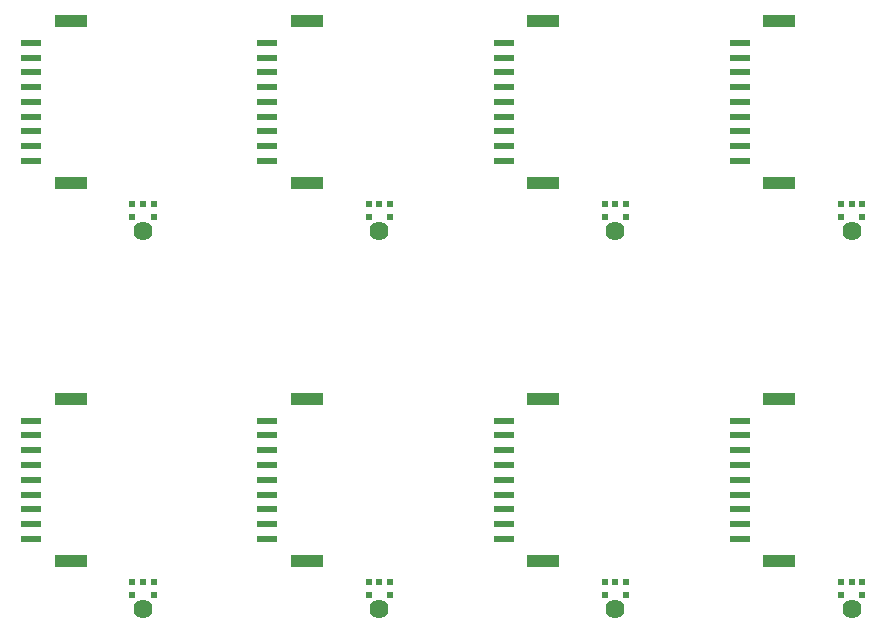
<source format=gbr>
G04 #@! TF.GenerationSoftware,KiCad,Pcbnew,(5.1.0-rc1-113-g51cc783e7)*
G04 #@! TF.CreationDate,2019-03-14T17:18:49-04:00
G04 #@! TF.ProjectId,fk-naturalist-sensors,666b2d6e-6174-4757-9261-6c6973742d73,rev?*
G04 #@! TF.SameCoordinates,Original*
G04 #@! TF.FileFunction,Paste,Bot*
G04 #@! TF.FilePolarity,Positive*
%FSLAX46Y46*%
G04 Gerber Fmt 4.6, Leading zero omitted, Abs format (unit mm)*
G04 Created by KiCad (PCBNEW (5.1.0-rc1-113-g51cc783e7)) date 2019-03-14 17:18:49*
%MOMM*%
%LPD*%
G04 APERTURE LIST*
%ADD10R,2.800000X1.000000*%
%ADD11R,1.700000X0.600000*%
%ADD12R,0.600000X0.522000*%
%ADD13C,1.624000*%
G04 APERTURE END LIST*
D10*
X95400000Y-70669200D03*
X95400000Y-84369200D03*
D11*
X92050000Y-72519200D03*
X92050000Y-73769200D03*
X92050000Y-75019200D03*
X92050000Y-76269200D03*
X92050000Y-77519200D03*
X92050000Y-78769200D03*
X92050000Y-80019200D03*
X92050000Y-81269200D03*
X92050000Y-82519200D03*
D10*
X75400000Y-70669200D03*
X75400000Y-84369200D03*
D11*
X72050000Y-72519200D03*
X72050000Y-73769200D03*
X72050000Y-75019200D03*
X72050000Y-76269200D03*
X72050000Y-77519200D03*
X72050000Y-78769200D03*
X72050000Y-80019200D03*
X72050000Y-81269200D03*
X72050000Y-82519200D03*
D10*
X55400000Y-70669200D03*
X55400000Y-84369200D03*
D11*
X52050000Y-72519200D03*
X52050000Y-73769200D03*
X52050000Y-75019200D03*
X52050000Y-76269200D03*
X52050000Y-77519200D03*
X52050000Y-78769200D03*
X52050000Y-80019200D03*
X52050000Y-81269200D03*
X52050000Y-82519200D03*
D10*
X35400000Y-70669200D03*
X35400000Y-84369200D03*
D11*
X32050000Y-72519200D03*
X32050000Y-73769200D03*
X32050000Y-75019200D03*
X32050000Y-76269200D03*
X32050000Y-77519200D03*
X32050000Y-78769200D03*
X32050000Y-80019200D03*
X32050000Y-81269200D03*
X32050000Y-82519200D03*
D10*
X95400000Y-38669200D03*
X95400000Y-52369200D03*
D11*
X92050000Y-40519200D03*
X92050000Y-41769200D03*
X92050000Y-43019200D03*
X92050000Y-44269200D03*
X92050000Y-45519200D03*
X92050000Y-46769200D03*
X92050000Y-48019200D03*
X92050000Y-49269200D03*
X92050000Y-50519200D03*
D10*
X75400000Y-38669200D03*
X75400000Y-52369200D03*
D11*
X72050000Y-40519200D03*
X72050000Y-41769200D03*
X72050000Y-43019200D03*
X72050000Y-44269200D03*
X72050000Y-45519200D03*
X72050000Y-46769200D03*
X72050000Y-48019200D03*
X72050000Y-49269200D03*
X72050000Y-50519200D03*
D10*
X55400000Y-38669200D03*
X55400000Y-52369200D03*
D11*
X52050000Y-40519200D03*
X52050000Y-41769200D03*
X52050000Y-43019200D03*
X52050000Y-44269200D03*
X52050000Y-45519200D03*
X52050000Y-46769200D03*
X52050000Y-48019200D03*
X52050000Y-49269200D03*
X52050000Y-50519200D03*
D12*
X101520234Y-86153113D03*
D13*
X101520234Y-88488113D03*
D12*
X102420234Y-86153113D03*
X102420234Y-87236113D03*
X100620234Y-86153113D03*
X100620234Y-87236113D03*
X81520234Y-86153113D03*
D13*
X81520234Y-88488113D03*
D12*
X82420234Y-86153113D03*
X82420234Y-87236113D03*
X80620234Y-86153113D03*
X80620234Y-87236113D03*
X61520234Y-86153113D03*
D13*
X61520234Y-88488113D03*
D12*
X62420234Y-86153113D03*
X62420234Y-87236113D03*
X60620234Y-86153113D03*
X60620234Y-87236113D03*
X41520234Y-86153113D03*
D13*
X41520234Y-88488113D03*
D12*
X42420234Y-86153113D03*
X42420234Y-87236113D03*
X40620234Y-86153113D03*
X40620234Y-87236113D03*
X101520234Y-54153113D03*
D13*
X101520234Y-56488113D03*
D12*
X102420234Y-54153113D03*
X102420234Y-55236113D03*
X100620234Y-54153113D03*
X100620234Y-55236113D03*
X81520234Y-54153113D03*
D13*
X81520234Y-56488113D03*
D12*
X82420234Y-54153113D03*
X82420234Y-55236113D03*
X80620234Y-54153113D03*
X80620234Y-55236113D03*
X61520234Y-54153113D03*
D13*
X61520234Y-56488113D03*
D12*
X62420234Y-54153113D03*
X62420234Y-55236113D03*
X60620234Y-54153113D03*
X60620234Y-55236113D03*
X40620234Y-55236113D03*
X40620234Y-54153113D03*
X42420234Y-55236113D03*
X42420234Y-54153113D03*
D13*
X41520234Y-56488113D03*
D12*
X41520234Y-54153113D03*
D11*
X32050000Y-50519200D03*
X32050000Y-49269200D03*
X32050000Y-48019200D03*
X32050000Y-46769200D03*
X32050000Y-45519200D03*
X32050000Y-44269200D03*
X32050000Y-43019200D03*
X32050000Y-41769200D03*
X32050000Y-40519200D03*
D10*
X35400000Y-52369200D03*
X35400000Y-38669200D03*
M02*

</source>
